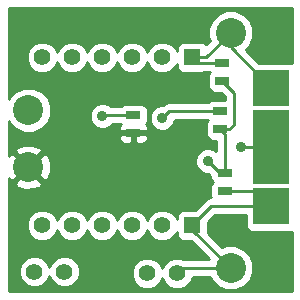
<source format=gtl>
G04 (created by PCBNEW (2013-07-07 BZR 4022)-stable) date 2/2/2014 1:41:28 AM*
%MOIN*%
G04 Gerber Fmt 3.4, Leading zero omitted, Abs format*
%FSLAX34Y34*%
G01*
G70*
G90*
G04 APERTURE LIST*
%ADD10C,0.00590551*%
%ADD11R,0.045X0.025*%
%ADD12C,0.055*%
%ADD13C,0.1*%
%ADD14R,0.12X0.12*%
%ADD15R,0.12X0.25*%
%ADD16R,0.055X0.055*%
%ADD17C,0.035*%
%ADD18C,0.01*%
G04 APERTURE END LIST*
G54D10*
G54D11*
X82760Y-62600D03*
X82760Y-63200D03*
X82680Y-59540D03*
X82680Y-58940D03*
X82600Y-60540D03*
X82600Y-61140D03*
X79720Y-61260D03*
X79720Y-60660D03*
G54D12*
X81180Y-65940D03*
X80180Y-65940D03*
G54D13*
X82960Y-57920D03*
X82960Y-65760D03*
G54D14*
X84320Y-59770D03*
G54D15*
X84320Y-61740D03*
G54D14*
X84320Y-63710D03*
G54D13*
X76220Y-60500D03*
X76220Y-62400D03*
G54D16*
X81680Y-64340D03*
G54D12*
X80680Y-64340D03*
X79680Y-64340D03*
X78680Y-64340D03*
X77680Y-64340D03*
X76680Y-64340D03*
G54D16*
X81680Y-58740D03*
G54D12*
X80680Y-58740D03*
X79680Y-58740D03*
X78680Y-58740D03*
X77680Y-58740D03*
X76680Y-58740D03*
X76420Y-65880D03*
X77420Y-65880D03*
G54D17*
X83300Y-61720D03*
X78680Y-60700D03*
X82200Y-62200D03*
X80680Y-60760D03*
X79560Y-62600D03*
G54D18*
X84320Y-61740D02*
X83320Y-61740D01*
X83320Y-61740D02*
X83300Y-61720D01*
X79720Y-60660D02*
X78720Y-60660D01*
X78720Y-60660D02*
X78680Y-60700D01*
X82760Y-63200D02*
X83810Y-63200D01*
X83810Y-63200D02*
X84320Y-63710D01*
X82960Y-65760D02*
X81360Y-65760D01*
X81360Y-65760D02*
X81180Y-65940D01*
X81680Y-64340D02*
X81680Y-64480D01*
X81680Y-64480D02*
X82960Y-65760D01*
X83570Y-63710D02*
X82310Y-63710D01*
X82310Y-63710D02*
X81680Y-64340D01*
X83570Y-63710D02*
X84320Y-63710D01*
X82600Y-61140D02*
X82920Y-61140D01*
X83060Y-59920D02*
X82680Y-59540D01*
X83060Y-61000D02*
X83060Y-59920D01*
X82920Y-61140D02*
X83060Y-61000D01*
X82760Y-62600D02*
X82760Y-61300D01*
X82760Y-61300D02*
X82600Y-61140D01*
X82600Y-62600D02*
X82760Y-62600D01*
X82200Y-62200D02*
X82600Y-62600D01*
X81680Y-58740D02*
X82140Y-58740D01*
X82140Y-58740D02*
X82960Y-57920D01*
X82680Y-58940D02*
X81880Y-58940D01*
X81880Y-58940D02*
X81680Y-58740D01*
X82960Y-57920D02*
X82960Y-58410D01*
X82960Y-58410D02*
X84320Y-59770D01*
X80900Y-60540D02*
X82600Y-60540D01*
X80680Y-60760D02*
X80900Y-60540D01*
G54D10*
G36*
X85000Y-66540D02*
X77945Y-66540D01*
X77945Y-65776D01*
X77865Y-65583D01*
X77717Y-65435D01*
X77524Y-65355D01*
X77316Y-65354D01*
X77123Y-65434D01*
X76975Y-65582D01*
X76919Y-65715D01*
X76865Y-65583D01*
X76717Y-65435D01*
X76524Y-65355D01*
X76316Y-65354D01*
X76123Y-65434D01*
X75975Y-65582D01*
X75895Y-65775D01*
X75894Y-65983D01*
X75974Y-66177D01*
X76122Y-66324D01*
X76315Y-66404D01*
X76523Y-66405D01*
X76717Y-66325D01*
X76864Y-66177D01*
X76920Y-66044D01*
X76974Y-66177D01*
X77122Y-66324D01*
X77315Y-66404D01*
X77523Y-66405D01*
X77717Y-66325D01*
X77864Y-66177D01*
X77944Y-65984D01*
X77945Y-65776D01*
X77945Y-66540D01*
X75559Y-66540D01*
X75559Y-62774D01*
X75573Y-62808D01*
X75689Y-62859D01*
X76149Y-62400D01*
X75689Y-61940D01*
X75573Y-61991D01*
X75559Y-62027D01*
X75559Y-60865D01*
X75583Y-60924D01*
X75794Y-61135D01*
X76070Y-61249D01*
X76368Y-61250D01*
X76644Y-61136D01*
X76855Y-60925D01*
X76969Y-60649D01*
X76970Y-60351D01*
X76856Y-60075D01*
X76645Y-59864D01*
X76369Y-59750D01*
X76071Y-59749D01*
X75795Y-59863D01*
X75584Y-60074D01*
X75559Y-60134D01*
X75559Y-57099D01*
X85000Y-57099D01*
X85000Y-58932D01*
X84969Y-58920D01*
X84870Y-58919D01*
X83894Y-58919D01*
X83457Y-58483D01*
X83595Y-58345D01*
X83709Y-58069D01*
X83710Y-57771D01*
X83596Y-57495D01*
X83385Y-57284D01*
X83109Y-57170D01*
X82811Y-57169D01*
X82535Y-57283D01*
X82324Y-57494D01*
X82210Y-57770D01*
X82209Y-58068D01*
X82261Y-58194D01*
X82149Y-58306D01*
X82096Y-58253D01*
X82004Y-58215D01*
X81905Y-58214D01*
X81355Y-58214D01*
X81263Y-58252D01*
X81193Y-58323D01*
X81155Y-58415D01*
X81154Y-58514D01*
X81154Y-58514D01*
X81125Y-58443D01*
X80977Y-58295D01*
X80784Y-58215D01*
X80576Y-58214D01*
X80383Y-58294D01*
X80235Y-58442D01*
X80179Y-58575D01*
X80125Y-58443D01*
X79977Y-58295D01*
X79784Y-58215D01*
X79576Y-58214D01*
X79383Y-58294D01*
X79235Y-58442D01*
X79179Y-58575D01*
X79125Y-58443D01*
X78977Y-58295D01*
X78784Y-58215D01*
X78576Y-58214D01*
X78383Y-58294D01*
X78235Y-58442D01*
X78179Y-58575D01*
X78125Y-58443D01*
X77977Y-58295D01*
X77784Y-58215D01*
X77576Y-58214D01*
X77383Y-58294D01*
X77235Y-58442D01*
X77179Y-58575D01*
X77125Y-58443D01*
X76977Y-58295D01*
X76784Y-58215D01*
X76576Y-58214D01*
X76383Y-58294D01*
X76235Y-58442D01*
X76155Y-58635D01*
X76154Y-58843D01*
X76234Y-59037D01*
X76382Y-59184D01*
X76575Y-59264D01*
X76783Y-59265D01*
X76977Y-59185D01*
X77124Y-59037D01*
X77180Y-58904D01*
X77234Y-59037D01*
X77382Y-59184D01*
X77575Y-59264D01*
X77783Y-59265D01*
X77977Y-59185D01*
X78124Y-59037D01*
X78180Y-58904D01*
X78234Y-59037D01*
X78382Y-59184D01*
X78575Y-59264D01*
X78783Y-59265D01*
X78977Y-59185D01*
X79124Y-59037D01*
X79180Y-58904D01*
X79234Y-59037D01*
X79382Y-59184D01*
X79575Y-59264D01*
X79783Y-59265D01*
X79977Y-59185D01*
X80124Y-59037D01*
X80180Y-58904D01*
X80234Y-59037D01*
X80382Y-59184D01*
X80575Y-59264D01*
X80783Y-59265D01*
X80977Y-59185D01*
X81124Y-59037D01*
X81154Y-58965D01*
X81154Y-59064D01*
X81192Y-59156D01*
X81263Y-59226D01*
X81355Y-59264D01*
X81454Y-59265D01*
X82004Y-59265D01*
X82065Y-59240D01*
X82276Y-59240D01*
X82243Y-59273D01*
X82205Y-59365D01*
X82204Y-59464D01*
X82204Y-59714D01*
X82242Y-59806D01*
X82313Y-59876D01*
X82405Y-59914D01*
X82504Y-59915D01*
X82630Y-59915D01*
X82760Y-60044D01*
X82760Y-60164D01*
X82325Y-60164D01*
X82233Y-60202D01*
X82196Y-60240D01*
X80900Y-60240D01*
X80785Y-60262D01*
X80687Y-60327D01*
X80680Y-60335D01*
X80595Y-60334D01*
X80439Y-60399D01*
X80319Y-60518D01*
X80255Y-60675D01*
X80254Y-60844D01*
X80319Y-61000D01*
X80438Y-61120D01*
X80595Y-61184D01*
X80764Y-61185D01*
X80920Y-61120D01*
X81040Y-61001D01*
X81104Y-60844D01*
X81104Y-60840D01*
X82196Y-60840D01*
X82163Y-60873D01*
X82125Y-60965D01*
X82124Y-61064D01*
X82124Y-61314D01*
X82162Y-61406D01*
X82233Y-61476D01*
X82325Y-61514D01*
X82424Y-61515D01*
X82460Y-61515D01*
X82460Y-61858D01*
X82441Y-61839D01*
X82284Y-61775D01*
X82115Y-61774D01*
X81959Y-61839D01*
X81839Y-61958D01*
X81775Y-62115D01*
X81774Y-62284D01*
X81839Y-62440D01*
X81958Y-62560D01*
X82115Y-62624D01*
X82200Y-62625D01*
X82284Y-62709D01*
X82284Y-62774D01*
X82322Y-62866D01*
X82356Y-62899D01*
X82323Y-62933D01*
X82285Y-63025D01*
X82284Y-63124D01*
X82284Y-63374D01*
X82300Y-63411D01*
X82195Y-63432D01*
X82097Y-63497D01*
X81780Y-63814D01*
X81355Y-63814D01*
X81263Y-63852D01*
X81193Y-63923D01*
X81155Y-64015D01*
X81154Y-64114D01*
X81154Y-64114D01*
X81125Y-64043D01*
X80977Y-63895D01*
X80784Y-63815D01*
X80576Y-63814D01*
X80383Y-63894D01*
X80235Y-64042D01*
X80195Y-64138D01*
X80195Y-61434D01*
X80195Y-61085D01*
X80157Y-60993D01*
X80123Y-60960D01*
X80156Y-60926D01*
X80194Y-60834D01*
X80195Y-60735D01*
X80195Y-60485D01*
X80157Y-60393D01*
X80086Y-60323D01*
X79994Y-60285D01*
X79895Y-60284D01*
X79445Y-60284D01*
X79353Y-60322D01*
X79316Y-60360D01*
X78941Y-60360D01*
X78921Y-60339D01*
X78764Y-60275D01*
X78595Y-60274D01*
X78439Y-60339D01*
X78319Y-60458D01*
X78255Y-60615D01*
X78254Y-60784D01*
X78319Y-60940D01*
X78438Y-61060D01*
X78595Y-61124D01*
X78764Y-61125D01*
X78920Y-61060D01*
X79021Y-60960D01*
X79316Y-60960D01*
X79282Y-60993D01*
X79244Y-61085D01*
X79245Y-61147D01*
X79307Y-61210D01*
X79670Y-61210D01*
X79670Y-61202D01*
X79770Y-61202D01*
X79770Y-61210D01*
X80132Y-61210D01*
X80195Y-61147D01*
X80195Y-61085D01*
X80195Y-61434D01*
X80195Y-61372D01*
X80132Y-61310D01*
X79770Y-61310D01*
X79770Y-61572D01*
X79832Y-61635D01*
X79895Y-61635D01*
X79994Y-61634D01*
X80086Y-61596D01*
X80157Y-61526D01*
X80195Y-61434D01*
X80195Y-64138D01*
X80179Y-64175D01*
X80125Y-64043D01*
X79977Y-63895D01*
X79784Y-63815D01*
X79670Y-63814D01*
X79670Y-61572D01*
X79670Y-61310D01*
X79307Y-61310D01*
X79245Y-61372D01*
X79244Y-61434D01*
X79282Y-61526D01*
X79353Y-61596D01*
X79445Y-61634D01*
X79544Y-61635D01*
X79607Y-61635D01*
X79670Y-61572D01*
X79670Y-63814D01*
X79576Y-63814D01*
X79383Y-63894D01*
X79235Y-64042D01*
X79179Y-64175D01*
X79125Y-64043D01*
X78977Y-63895D01*
X78784Y-63815D01*
X78576Y-63814D01*
X78383Y-63894D01*
X78235Y-64042D01*
X78179Y-64175D01*
X78125Y-64043D01*
X77977Y-63895D01*
X77784Y-63815D01*
X77576Y-63814D01*
X77383Y-63894D01*
X77235Y-64042D01*
X77179Y-64175D01*
X77125Y-64043D01*
X76977Y-63895D01*
X76973Y-63893D01*
X76973Y-62529D01*
X76965Y-62231D01*
X76866Y-61991D01*
X76750Y-61940D01*
X76679Y-62010D01*
X76679Y-61869D01*
X76628Y-61753D01*
X76349Y-61646D01*
X76051Y-61654D01*
X75811Y-61753D01*
X75760Y-61869D01*
X76220Y-62329D01*
X76679Y-61869D01*
X76679Y-62010D01*
X76290Y-62400D01*
X76750Y-62859D01*
X76866Y-62808D01*
X76973Y-62529D01*
X76973Y-63893D01*
X76784Y-63815D01*
X76679Y-63815D01*
X76679Y-62930D01*
X76220Y-62470D01*
X75760Y-62930D01*
X75811Y-63046D01*
X76090Y-63153D01*
X76388Y-63145D01*
X76628Y-63046D01*
X76679Y-62930D01*
X76679Y-63815D01*
X76576Y-63814D01*
X76383Y-63894D01*
X76235Y-64042D01*
X76155Y-64235D01*
X76154Y-64443D01*
X76234Y-64637D01*
X76382Y-64784D01*
X76575Y-64864D01*
X76783Y-64865D01*
X76977Y-64785D01*
X77124Y-64637D01*
X77180Y-64504D01*
X77234Y-64637D01*
X77382Y-64784D01*
X77575Y-64864D01*
X77783Y-64865D01*
X77977Y-64785D01*
X78124Y-64637D01*
X78180Y-64504D01*
X78234Y-64637D01*
X78382Y-64784D01*
X78575Y-64864D01*
X78783Y-64865D01*
X78977Y-64785D01*
X79124Y-64637D01*
X79180Y-64504D01*
X79234Y-64637D01*
X79382Y-64784D01*
X79575Y-64864D01*
X79783Y-64865D01*
X79977Y-64785D01*
X80124Y-64637D01*
X80180Y-64504D01*
X80234Y-64637D01*
X80382Y-64784D01*
X80575Y-64864D01*
X80783Y-64865D01*
X80977Y-64785D01*
X81124Y-64637D01*
X81154Y-64565D01*
X81154Y-64664D01*
X81192Y-64756D01*
X81263Y-64826D01*
X81355Y-64864D01*
X81454Y-64865D01*
X81640Y-64865D01*
X82235Y-65460D01*
X81393Y-65460D01*
X81284Y-65415D01*
X81076Y-65414D01*
X80883Y-65494D01*
X80735Y-65642D01*
X80679Y-65775D01*
X80625Y-65643D01*
X80477Y-65495D01*
X80284Y-65415D01*
X80076Y-65414D01*
X79883Y-65494D01*
X79735Y-65642D01*
X79655Y-65835D01*
X79654Y-66043D01*
X79734Y-66237D01*
X79882Y-66384D01*
X80075Y-66464D01*
X80283Y-66465D01*
X80477Y-66385D01*
X80624Y-66237D01*
X80680Y-66104D01*
X80734Y-66237D01*
X80882Y-66384D01*
X81075Y-66464D01*
X81283Y-66465D01*
X81477Y-66385D01*
X81624Y-66237D01*
X81698Y-66060D01*
X82272Y-66060D01*
X82323Y-66184D01*
X82534Y-66395D01*
X82810Y-66509D01*
X83108Y-66510D01*
X83384Y-66396D01*
X83595Y-66185D01*
X83709Y-65909D01*
X83710Y-65611D01*
X83596Y-65335D01*
X83385Y-65124D01*
X83109Y-65010D01*
X82811Y-65009D01*
X82685Y-65061D01*
X82205Y-64580D01*
X82205Y-64565D01*
X82205Y-64239D01*
X82434Y-64010D01*
X83469Y-64010D01*
X83469Y-64359D01*
X83507Y-64451D01*
X83578Y-64521D01*
X83670Y-64559D01*
X83769Y-64560D01*
X84969Y-64560D01*
X85000Y-64547D01*
X85000Y-66540D01*
X85000Y-66540D01*
G37*
G54D18*
X85000Y-66540D02*
X77945Y-66540D01*
X77945Y-65776D01*
X77865Y-65583D01*
X77717Y-65435D01*
X77524Y-65355D01*
X77316Y-65354D01*
X77123Y-65434D01*
X76975Y-65582D01*
X76919Y-65715D01*
X76865Y-65583D01*
X76717Y-65435D01*
X76524Y-65355D01*
X76316Y-65354D01*
X76123Y-65434D01*
X75975Y-65582D01*
X75895Y-65775D01*
X75894Y-65983D01*
X75974Y-66177D01*
X76122Y-66324D01*
X76315Y-66404D01*
X76523Y-66405D01*
X76717Y-66325D01*
X76864Y-66177D01*
X76920Y-66044D01*
X76974Y-66177D01*
X77122Y-66324D01*
X77315Y-66404D01*
X77523Y-66405D01*
X77717Y-66325D01*
X77864Y-66177D01*
X77944Y-65984D01*
X77945Y-65776D01*
X77945Y-66540D01*
X75559Y-66540D01*
X75559Y-62774D01*
X75573Y-62808D01*
X75689Y-62859D01*
X76149Y-62400D01*
X75689Y-61940D01*
X75573Y-61991D01*
X75559Y-62027D01*
X75559Y-60865D01*
X75583Y-60924D01*
X75794Y-61135D01*
X76070Y-61249D01*
X76368Y-61250D01*
X76644Y-61136D01*
X76855Y-60925D01*
X76969Y-60649D01*
X76970Y-60351D01*
X76856Y-60075D01*
X76645Y-59864D01*
X76369Y-59750D01*
X76071Y-59749D01*
X75795Y-59863D01*
X75584Y-60074D01*
X75559Y-60134D01*
X75559Y-57099D01*
X85000Y-57099D01*
X85000Y-58932D01*
X84969Y-58920D01*
X84870Y-58919D01*
X83894Y-58919D01*
X83457Y-58483D01*
X83595Y-58345D01*
X83709Y-58069D01*
X83710Y-57771D01*
X83596Y-57495D01*
X83385Y-57284D01*
X83109Y-57170D01*
X82811Y-57169D01*
X82535Y-57283D01*
X82324Y-57494D01*
X82210Y-57770D01*
X82209Y-58068D01*
X82261Y-58194D01*
X82149Y-58306D01*
X82096Y-58253D01*
X82004Y-58215D01*
X81905Y-58214D01*
X81355Y-58214D01*
X81263Y-58252D01*
X81193Y-58323D01*
X81155Y-58415D01*
X81154Y-58514D01*
X81154Y-58514D01*
X81125Y-58443D01*
X80977Y-58295D01*
X80784Y-58215D01*
X80576Y-58214D01*
X80383Y-58294D01*
X80235Y-58442D01*
X80179Y-58575D01*
X80125Y-58443D01*
X79977Y-58295D01*
X79784Y-58215D01*
X79576Y-58214D01*
X79383Y-58294D01*
X79235Y-58442D01*
X79179Y-58575D01*
X79125Y-58443D01*
X78977Y-58295D01*
X78784Y-58215D01*
X78576Y-58214D01*
X78383Y-58294D01*
X78235Y-58442D01*
X78179Y-58575D01*
X78125Y-58443D01*
X77977Y-58295D01*
X77784Y-58215D01*
X77576Y-58214D01*
X77383Y-58294D01*
X77235Y-58442D01*
X77179Y-58575D01*
X77125Y-58443D01*
X76977Y-58295D01*
X76784Y-58215D01*
X76576Y-58214D01*
X76383Y-58294D01*
X76235Y-58442D01*
X76155Y-58635D01*
X76154Y-58843D01*
X76234Y-59037D01*
X76382Y-59184D01*
X76575Y-59264D01*
X76783Y-59265D01*
X76977Y-59185D01*
X77124Y-59037D01*
X77180Y-58904D01*
X77234Y-59037D01*
X77382Y-59184D01*
X77575Y-59264D01*
X77783Y-59265D01*
X77977Y-59185D01*
X78124Y-59037D01*
X78180Y-58904D01*
X78234Y-59037D01*
X78382Y-59184D01*
X78575Y-59264D01*
X78783Y-59265D01*
X78977Y-59185D01*
X79124Y-59037D01*
X79180Y-58904D01*
X79234Y-59037D01*
X79382Y-59184D01*
X79575Y-59264D01*
X79783Y-59265D01*
X79977Y-59185D01*
X80124Y-59037D01*
X80180Y-58904D01*
X80234Y-59037D01*
X80382Y-59184D01*
X80575Y-59264D01*
X80783Y-59265D01*
X80977Y-59185D01*
X81124Y-59037D01*
X81154Y-58965D01*
X81154Y-59064D01*
X81192Y-59156D01*
X81263Y-59226D01*
X81355Y-59264D01*
X81454Y-59265D01*
X82004Y-59265D01*
X82065Y-59240D01*
X82276Y-59240D01*
X82243Y-59273D01*
X82205Y-59365D01*
X82204Y-59464D01*
X82204Y-59714D01*
X82242Y-59806D01*
X82313Y-59876D01*
X82405Y-59914D01*
X82504Y-59915D01*
X82630Y-59915D01*
X82760Y-60044D01*
X82760Y-60164D01*
X82325Y-60164D01*
X82233Y-60202D01*
X82196Y-60240D01*
X80900Y-60240D01*
X80785Y-60262D01*
X80687Y-60327D01*
X80680Y-60335D01*
X80595Y-60334D01*
X80439Y-60399D01*
X80319Y-60518D01*
X80255Y-60675D01*
X80254Y-60844D01*
X80319Y-61000D01*
X80438Y-61120D01*
X80595Y-61184D01*
X80764Y-61185D01*
X80920Y-61120D01*
X81040Y-61001D01*
X81104Y-60844D01*
X81104Y-60840D01*
X82196Y-60840D01*
X82163Y-60873D01*
X82125Y-60965D01*
X82124Y-61064D01*
X82124Y-61314D01*
X82162Y-61406D01*
X82233Y-61476D01*
X82325Y-61514D01*
X82424Y-61515D01*
X82460Y-61515D01*
X82460Y-61858D01*
X82441Y-61839D01*
X82284Y-61775D01*
X82115Y-61774D01*
X81959Y-61839D01*
X81839Y-61958D01*
X81775Y-62115D01*
X81774Y-62284D01*
X81839Y-62440D01*
X81958Y-62560D01*
X82115Y-62624D01*
X82200Y-62625D01*
X82284Y-62709D01*
X82284Y-62774D01*
X82322Y-62866D01*
X82356Y-62899D01*
X82323Y-62933D01*
X82285Y-63025D01*
X82284Y-63124D01*
X82284Y-63374D01*
X82300Y-63411D01*
X82195Y-63432D01*
X82097Y-63497D01*
X81780Y-63814D01*
X81355Y-63814D01*
X81263Y-63852D01*
X81193Y-63923D01*
X81155Y-64015D01*
X81154Y-64114D01*
X81154Y-64114D01*
X81125Y-64043D01*
X80977Y-63895D01*
X80784Y-63815D01*
X80576Y-63814D01*
X80383Y-63894D01*
X80235Y-64042D01*
X80195Y-64138D01*
X80195Y-61434D01*
X80195Y-61085D01*
X80157Y-60993D01*
X80123Y-60960D01*
X80156Y-60926D01*
X80194Y-60834D01*
X80195Y-60735D01*
X80195Y-60485D01*
X80157Y-60393D01*
X80086Y-60323D01*
X79994Y-60285D01*
X79895Y-60284D01*
X79445Y-60284D01*
X79353Y-60322D01*
X79316Y-60360D01*
X78941Y-60360D01*
X78921Y-60339D01*
X78764Y-60275D01*
X78595Y-60274D01*
X78439Y-60339D01*
X78319Y-60458D01*
X78255Y-60615D01*
X78254Y-60784D01*
X78319Y-60940D01*
X78438Y-61060D01*
X78595Y-61124D01*
X78764Y-61125D01*
X78920Y-61060D01*
X79021Y-60960D01*
X79316Y-60960D01*
X79282Y-60993D01*
X79244Y-61085D01*
X79245Y-61147D01*
X79307Y-61210D01*
X79670Y-61210D01*
X79670Y-61202D01*
X79770Y-61202D01*
X79770Y-61210D01*
X80132Y-61210D01*
X80195Y-61147D01*
X80195Y-61085D01*
X80195Y-61434D01*
X80195Y-61372D01*
X80132Y-61310D01*
X79770Y-61310D01*
X79770Y-61572D01*
X79832Y-61635D01*
X79895Y-61635D01*
X79994Y-61634D01*
X80086Y-61596D01*
X80157Y-61526D01*
X80195Y-61434D01*
X80195Y-64138D01*
X80179Y-64175D01*
X80125Y-64043D01*
X79977Y-63895D01*
X79784Y-63815D01*
X79670Y-63814D01*
X79670Y-61572D01*
X79670Y-61310D01*
X79307Y-61310D01*
X79245Y-61372D01*
X79244Y-61434D01*
X79282Y-61526D01*
X79353Y-61596D01*
X79445Y-61634D01*
X79544Y-61635D01*
X79607Y-61635D01*
X79670Y-61572D01*
X79670Y-63814D01*
X79576Y-63814D01*
X79383Y-63894D01*
X79235Y-64042D01*
X79179Y-64175D01*
X79125Y-64043D01*
X78977Y-63895D01*
X78784Y-63815D01*
X78576Y-63814D01*
X78383Y-63894D01*
X78235Y-64042D01*
X78179Y-64175D01*
X78125Y-64043D01*
X77977Y-63895D01*
X77784Y-63815D01*
X77576Y-63814D01*
X77383Y-63894D01*
X77235Y-64042D01*
X77179Y-64175D01*
X77125Y-64043D01*
X76977Y-63895D01*
X76973Y-63893D01*
X76973Y-62529D01*
X76965Y-62231D01*
X76866Y-61991D01*
X76750Y-61940D01*
X76679Y-62010D01*
X76679Y-61869D01*
X76628Y-61753D01*
X76349Y-61646D01*
X76051Y-61654D01*
X75811Y-61753D01*
X75760Y-61869D01*
X76220Y-62329D01*
X76679Y-61869D01*
X76679Y-62010D01*
X76290Y-62400D01*
X76750Y-62859D01*
X76866Y-62808D01*
X76973Y-62529D01*
X76973Y-63893D01*
X76784Y-63815D01*
X76679Y-63815D01*
X76679Y-62930D01*
X76220Y-62470D01*
X75760Y-62930D01*
X75811Y-63046D01*
X76090Y-63153D01*
X76388Y-63145D01*
X76628Y-63046D01*
X76679Y-62930D01*
X76679Y-63815D01*
X76576Y-63814D01*
X76383Y-63894D01*
X76235Y-64042D01*
X76155Y-64235D01*
X76154Y-64443D01*
X76234Y-64637D01*
X76382Y-64784D01*
X76575Y-64864D01*
X76783Y-64865D01*
X76977Y-64785D01*
X77124Y-64637D01*
X77180Y-64504D01*
X77234Y-64637D01*
X77382Y-64784D01*
X77575Y-64864D01*
X77783Y-64865D01*
X77977Y-64785D01*
X78124Y-64637D01*
X78180Y-64504D01*
X78234Y-64637D01*
X78382Y-64784D01*
X78575Y-64864D01*
X78783Y-64865D01*
X78977Y-64785D01*
X79124Y-64637D01*
X79180Y-64504D01*
X79234Y-64637D01*
X79382Y-64784D01*
X79575Y-64864D01*
X79783Y-64865D01*
X79977Y-64785D01*
X80124Y-64637D01*
X80180Y-64504D01*
X80234Y-64637D01*
X80382Y-64784D01*
X80575Y-64864D01*
X80783Y-64865D01*
X80977Y-64785D01*
X81124Y-64637D01*
X81154Y-64565D01*
X81154Y-64664D01*
X81192Y-64756D01*
X81263Y-64826D01*
X81355Y-64864D01*
X81454Y-64865D01*
X81640Y-64865D01*
X82235Y-65460D01*
X81393Y-65460D01*
X81284Y-65415D01*
X81076Y-65414D01*
X80883Y-65494D01*
X80735Y-65642D01*
X80679Y-65775D01*
X80625Y-65643D01*
X80477Y-65495D01*
X80284Y-65415D01*
X80076Y-65414D01*
X79883Y-65494D01*
X79735Y-65642D01*
X79655Y-65835D01*
X79654Y-66043D01*
X79734Y-66237D01*
X79882Y-66384D01*
X80075Y-66464D01*
X80283Y-66465D01*
X80477Y-66385D01*
X80624Y-66237D01*
X80680Y-66104D01*
X80734Y-66237D01*
X80882Y-66384D01*
X81075Y-66464D01*
X81283Y-66465D01*
X81477Y-66385D01*
X81624Y-66237D01*
X81698Y-66060D01*
X82272Y-66060D01*
X82323Y-66184D01*
X82534Y-66395D01*
X82810Y-66509D01*
X83108Y-66510D01*
X83384Y-66396D01*
X83595Y-66185D01*
X83709Y-65909D01*
X83710Y-65611D01*
X83596Y-65335D01*
X83385Y-65124D01*
X83109Y-65010D01*
X82811Y-65009D01*
X82685Y-65061D01*
X82205Y-64580D01*
X82205Y-64565D01*
X82205Y-64239D01*
X82434Y-64010D01*
X83469Y-64010D01*
X83469Y-64359D01*
X83507Y-64451D01*
X83578Y-64521D01*
X83670Y-64559D01*
X83769Y-64560D01*
X84969Y-64560D01*
X85000Y-64547D01*
X85000Y-66540D01*
M02*

</source>
